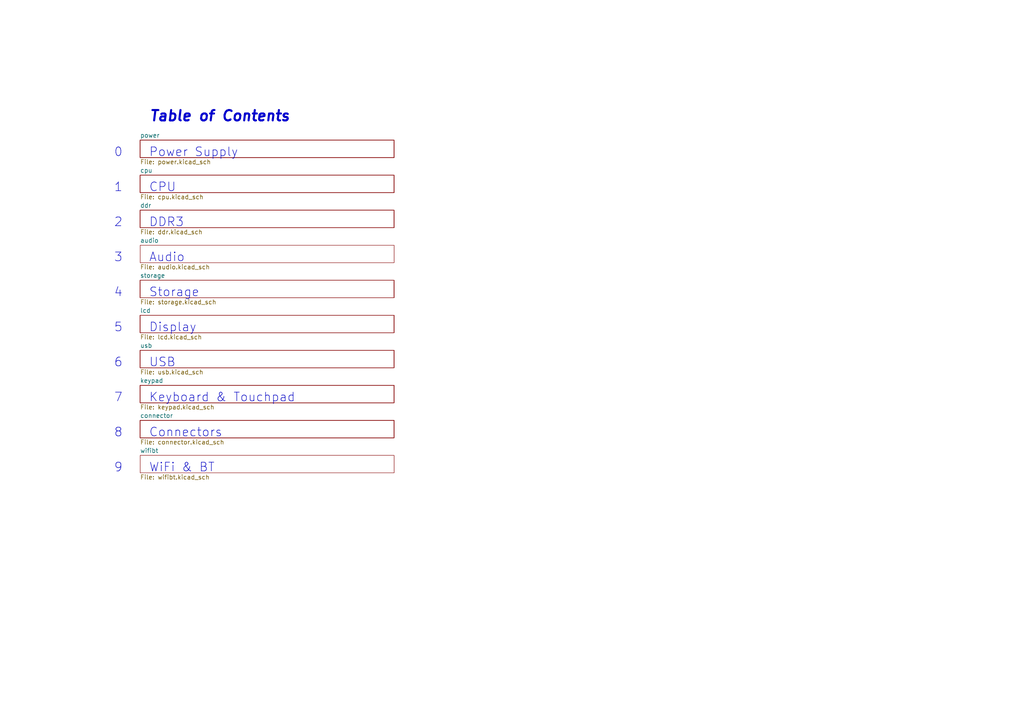
<source format=kicad_sch>
(kicad_sch (version 20210406) (generator eeschema)
  (paper "A4")
  (title_block (title "Archer") (date "2021-04-26") (rev "R0.1 draft") (company "Copyright EI-2030 2021.") (comment 2 "MERCHANTABILITY, SATISFACTORY QUALITY AND FITNESS FOR A PARTICULAR PURPOSE.") (comment 3 "source is distributed WITHOUT ANY EXPRESS OR IMPLIED WARRANTY, INCLUDING OF") (comment 4 "This source describes Open Hardware and is licensed under the CERN-OHL-S v2. This "))
  (lib_symbols)
  (text "0" (at 33.02 45.72 0) (effects (font (size 2.54 2.54)) (justify left bottom)))
  (text "1" (at 33.02 55.88 0) (effects (font (size 2.54 2.54)) (justify left bottom)))
  (text "2" (at 33.02 66.04 0) (effects (font (size 2.54 2.54)) (justify left bottom)))
  (text "3" (at 33.02 76.2 0) (effects (font (size 2.54 2.54)) (justify left bottom)))
  (text "4" (at 33.02 86.36 0) (effects (font (size 2.54 2.54)) (justify left bottom)))
  (text "5" (at 33.02 96.52 0) (effects (font (size 2.54 2.54)) (justify left bottom)))
  (text "6" (at 33.02 106.68 0) (effects (font (size 2.54 2.54)) (justify left bottom)))
  (text "7" (at 33.02 116.84 0) (effects (font (size 2.54 2.54)) (justify left bottom)))
  (text "8" (at 33.02 127 0) (effects (font (size 2.54 2.54)) (justify left bottom)))
  (text "9" (at 33.02 137.16 0) (effects (font (size 2.54 2.54)) (justify left bottom)))
  (text "Table of Contents" (at 43.18 35.56 0) (effects (font (size 2.9972 2.9972) (thickness 0.5994) bold italic) (justify left bottom)))
  (text "Power Supply" (at 43.18 45.72 0) (effects (font (size 2.54 2.54)) (justify left bottom)))
  (text "CPU" (at 43.18 55.88 0) (effects (font (size 2.54 2.54)) (justify left bottom)))
  (text "DDR3" (at 43.18 66.04 0) (effects (font (size 2.54 2.54)) (justify left bottom)))
  (text "Audio" (at 43.18 76.2 0) (effects (font (size 2.54 2.54)) (justify left bottom)))
  (text "Storage" (at 43.18 86.36 0) (effects (font (size 2.54 2.54)) (justify left bottom)))
  (text "Display" (at 43.18 96.52 0) (effects (font (size 2.54 2.54)) (justify left bottom)))
  (text "USB" (at 43.18 106.68 0) (effects (font (size 2.54 2.54)) (justify left bottom)))
  (text "Keyboard & Touchpad" (at 43.18 116.84 0) (effects (font (size 2.54 2.54)) (justify left bottom)))
  (text "Connectors" (at 43.18 127 0) (effects (font (size 2.54 2.54)) (justify left bottom)))
  (text "WiFi & BT" (at 43.18 137.16 0) (effects (font (size 2.54 2.54)) (justify left bottom)))
  (sheet (at 40.64 71.12) (size 73.66 5.08) (stroke (width 0.0006))
    (property "Sheet name" "audio" (at 40.64 70.4843 0) (effects (justify left bottom)))
    (property "Sheet file" "audio.kicad_sch" (at 40.64 76.7087 0) (effects (justify left top)))
  )
  (sheet (at 40.64 121.92) (size 73.66 5.08)
    (property "Sheet name" "connector" (at 40.64 121.2845 0) (effects (justify left bottom)))
    (property "Sheet file" "connector.kicad_sch" (at 40.64 127.5085 0) (effects (justify left top)))
  )
  (sheet (at 40.64 50.8) (size 73.66 5.08)
    (property "Sheet name" "cpu" (at 40.64 50.1645 0) (effects (justify left bottom)))
    (property "Sheet file" "cpu.kicad_sch" (at 40.64 56.3885 0) (effects (justify left top)))
  )
  (sheet (at 40.64 60.96) (size 73.66 5.08)
    (property "Sheet name" "ddr" (at 40.64 60.3245 0) (effects (justify left bottom)))
    (property "Sheet file" "ddr.kicad_sch" (at 40.64 66.5485 0) (effects (justify left top)))
  )
  (sheet (at 40.64 111.76) (size 73.66 5.08)
    (property "Sheet name" "keypad" (at 40.64 111.1245 0) (effects (justify left bottom)))
    (property "Sheet file" "keypad.kicad_sch" (at 40.64 117.3485 0) (effects (justify left top)))
  )
  (sheet (at 40.64 91.44) (size 73.66 5.08)
    (property "Sheet name" "lcd" (at 40.64 90.8045 0) (effects (justify left bottom)))
    (property "Sheet file" "lcd.kicad_sch" (at 40.64 97.0285 0) (effects (justify left top)))
  )
  (sheet (at 40.64 40.64) (size 73.66 5.08)
    (property "Sheet name" "power" (at 40.64 40.0045 0) (effects (justify left bottom)))
    (property "Sheet file" "power.kicad_sch" (at 40.64 46.2285 0) (effects (justify left top)))
  )
  (sheet (at 40.64 81.28) (size 73.66 5.08)
    (property "Sheet name" "storage" (at 40.64 80.6445 0) (effects (justify left bottom)))
    (property "Sheet file" "storage.kicad_sch" (at 40.64 86.8685 0) (effects (justify left top)))
  )
  (sheet (at 40.64 101.6) (size 73.66 5.08)
    (property "Sheet name" "usb" (at 40.64 100.9645 0) (effects (justify left bottom)))
    (property "Sheet file" "usb.kicad_sch" (at 40.64 107.1885 0) (effects (justify left top)))
  )
  (sheet (at 40.64 132.08) (size 73.66 5.08) (stroke (width 0.0006))
    (property "Sheet name" "wifibt" (at 40.64 131.4443 0) (effects (justify left bottom)))
    (property "Sheet file" "wifibt.kicad_sch" (at 40.64 137.6687 0) (effects (justify left top)))
  )
)
</source>
